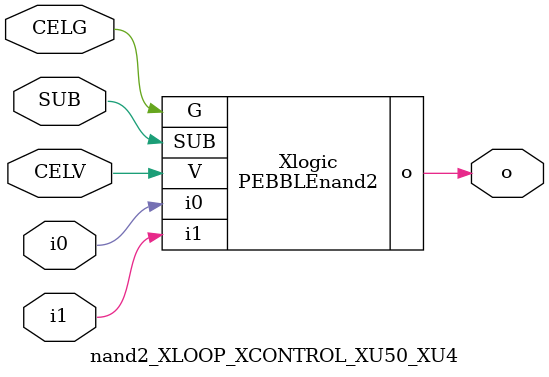
<source format=v>



module PEBBLEnand2 ( o, G, SUB, V, i0, i1 );

  input i0;
  input V;
  input i1;
  input G;
  output o;
  input SUB;
endmodule

//Celera Confidential Do Not Copy nand2_XLOOP_XCONTROL_XU50_XU4
//Celera Confidential Symbol Generator
//5V NAND2
module nand2_XLOOP_XCONTROL_XU50_XU4 (CELV,CELG,i0,i1,o,SUB);
input CELV;
input CELG;
input i0;
input i1;
input SUB;
output o;

//Celera Confidential Do Not Copy nand2
PEBBLEnand2 Xlogic(
.V (CELV),
.i0 (i0),
.i1 (i1),
.o (o),
.SUB (SUB),
.G (CELG)
);
//,diesize,PEBBLEnand2

//Celera Confidential Do Not Copy Module End
//Celera Schematic Generator
endmodule

</source>
